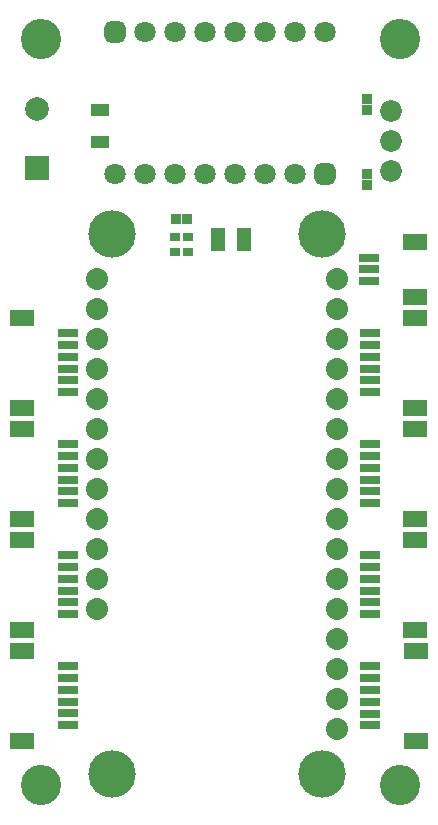
<source format=gts>
G04*
G04 #@! TF.GenerationSoftware,Altium Limited,Altium Designer,21.8.1 (53)*
G04*
G04 Layer_Color=8388736*
%FSLAX25Y25*%
%MOIN*%
G70*
G04*
G04 #@! TF.SameCoordinates,70880257-2F83-41F6-BC9D-4F7E7A3CF3A8*
G04*
G04*
G04 #@! TF.FilePolarity,Negative*
G04*
G01*
G75*
%ADD22R,0.06312X0.04343*%
%ADD23R,0.03320X0.03359*%
%ADD24R,0.06902X0.03162*%
%ADD25R,0.07887X0.05524*%
%ADD26R,0.04540X0.02572*%
%ADD27R,0.03359X0.03320*%
%ADD28R,0.03556X0.03162*%
%ADD29C,0.07237*%
%ADD30R,0.07887X0.07887*%
%ADD31C,0.07887*%
%ADD32C,0.07355*%
%ADD33C,0.15800*%
%ADD34C,0.07099*%
G04:AMPARAMS|DCode=35|XSize=70.99mil|YSize=70.99mil|CornerRadius=19.75mil|HoleSize=0mil|Usage=FLASHONLY|Rotation=180.000|XOffset=0mil|YOffset=0mil|HoleType=Round|Shape=RoundedRectangle|*
%AMROUNDEDRECTD35*
21,1,0.07099,0.03150,0,0,180.0*
21,1,0.03150,0.07099,0,0,180.0*
1,1,0.03950,-0.01575,0.01575*
1,1,0.03950,0.01575,0.01575*
1,1,0.03950,0.01575,-0.01575*
1,1,0.03950,-0.01575,-0.01575*
%
%ADD35ROUNDEDRECTD35*%
%ADD36C,0.13398*%
D22*
X131000Y336315D02*
D03*
Y325685D02*
D03*
D23*
X220000Y336228D02*
D03*
Y339772D02*
D03*
Y314772D02*
D03*
Y311228D02*
D03*
D24*
X120256Y261803D02*
D03*
Y257866D02*
D03*
Y253929D02*
D03*
Y249992D02*
D03*
Y246055D02*
D03*
Y242118D02*
D03*
X220744Y261803D02*
D03*
Y257866D02*
D03*
Y253929D02*
D03*
Y249992D02*
D03*
Y246055D02*
D03*
Y242118D02*
D03*
X221000Y131063D02*
D03*
Y135000D02*
D03*
Y138937D02*
D03*
Y142874D02*
D03*
Y146811D02*
D03*
Y150748D02*
D03*
X220740Y279118D02*
D03*
Y283055D02*
D03*
Y286992D02*
D03*
X120256Y150803D02*
D03*
Y146866D02*
D03*
Y142929D02*
D03*
Y138992D02*
D03*
Y135055D02*
D03*
Y131118D02*
D03*
X220744Y205118D02*
D03*
Y209055D02*
D03*
Y212992D02*
D03*
Y216929D02*
D03*
Y220866D02*
D03*
Y224803D02*
D03*
X120256D02*
D03*
Y220866D02*
D03*
Y216929D02*
D03*
Y212992D02*
D03*
Y209055D02*
D03*
Y205118D02*
D03*
Y187803D02*
D03*
Y183866D02*
D03*
Y179929D02*
D03*
Y175992D02*
D03*
Y172055D02*
D03*
Y168118D02*
D03*
X220744D02*
D03*
Y172055D02*
D03*
Y175992D02*
D03*
Y179929D02*
D03*
Y183866D02*
D03*
Y187803D02*
D03*
D25*
X105000Y237000D02*
D03*
Y266921D02*
D03*
X236000Y237000D02*
D03*
Y266921D02*
D03*
X236256Y155866D02*
D03*
Y125945D02*
D03*
X236000Y274000D02*
D03*
Y292110D02*
D03*
X105000Y126000D02*
D03*
Y155921D02*
D03*
X236000Y229921D02*
D03*
Y200000D02*
D03*
X105000D02*
D03*
Y229921D02*
D03*
Y163000D02*
D03*
Y192921D02*
D03*
X236000D02*
D03*
Y163000D02*
D03*
D26*
X170339Y290441D02*
D03*
Y293000D02*
D03*
Y295559D02*
D03*
X179000D02*
D03*
Y293000D02*
D03*
Y290441D02*
D03*
D27*
X156228Y300000D02*
D03*
X159772D02*
D03*
D28*
X155835Y289000D02*
D03*
X160165D02*
D03*
X155835Y294000D02*
D03*
X160165D02*
D03*
D29*
X228000Y336000D02*
D03*
Y326000D02*
D03*
Y316000D02*
D03*
D30*
X110000Y317000D02*
D03*
D31*
Y336685D02*
D03*
D32*
X130000Y170000D02*
D03*
Y180000D02*
D03*
Y190000D02*
D03*
Y200000D02*
D03*
Y210000D02*
D03*
Y220000D02*
D03*
Y230000D02*
D03*
Y240000D02*
D03*
Y250000D02*
D03*
Y260000D02*
D03*
Y270000D02*
D03*
Y280000D02*
D03*
X210000D02*
D03*
Y270000D02*
D03*
Y260000D02*
D03*
Y250000D02*
D03*
Y240000D02*
D03*
Y230000D02*
D03*
Y220000D02*
D03*
Y210000D02*
D03*
Y200000D02*
D03*
Y190000D02*
D03*
Y180000D02*
D03*
Y170000D02*
D03*
Y160000D02*
D03*
Y150000D02*
D03*
Y140000D02*
D03*
Y130000D02*
D03*
D33*
X205000Y115000D02*
D03*
X135000D02*
D03*
X205000Y295000D02*
D03*
X135000D02*
D03*
D34*
X156000Y315000D02*
D03*
X176000D02*
D03*
X196000D02*
D03*
X186000D02*
D03*
X166000D02*
D03*
X146000D02*
D03*
X136000D02*
D03*
X186000Y362244D02*
D03*
X166000D02*
D03*
X146000D02*
D03*
X156000D02*
D03*
X176000D02*
D03*
X196000D02*
D03*
X206000D02*
D03*
D35*
Y315000D02*
D03*
X136000Y362244D02*
D03*
D36*
X111100Y111335D02*
D03*
X111240Y359764D02*
D03*
X230832Y111126D02*
D03*
X230783Y359754D02*
D03*
M02*

</source>
